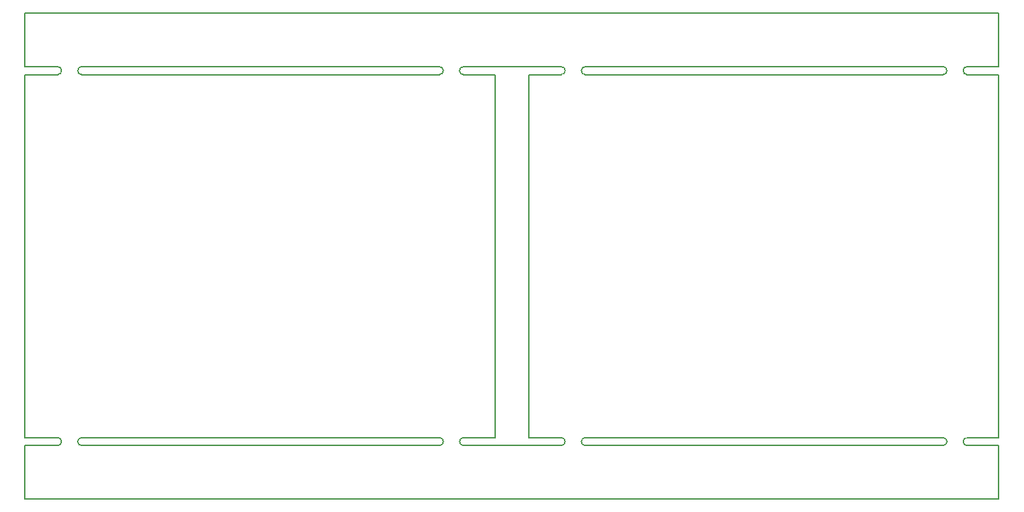
<source format=gm1>
G04 #@! TF.GenerationSoftware,KiCad,Pcbnew,7.0.2-0*
G04 #@! TF.CreationDate,2023-05-23T19:49:29+02:00*
G04 #@! TF.ProjectId,dogs102,646f6773-3130-4322-9e6b-696361645f70,rev?*
G04 #@! TF.SameCoordinates,Original*
G04 #@! TF.FileFunction,Profile,NP*
%FSLAX46Y46*%
G04 Gerber Fmt 4.6, Leading zero omitted, Abs format (unit mm)*
G04 Created by KiCad (PCBNEW 7.0.2-0) date 2023-05-23 19:49:29*
%MOMM*%
%LPD*%
G01*
G04 APERTURE LIST*
G04 #@! TA.AperFunction,Profile*
%ADD10C,0.150000*%
G04 #@! TD*
G04 APERTURE END LIST*
D10*
X176010000Y-134600000D02*
X180110000Y-134600000D01*
X238010000Y-81300000D02*
X238010000Y-74700000D01*
X172110000Y-127000000D02*
G75*
G03*
X172110000Y-128000000I0J-500000D01*
G01*
X180110000Y-74700000D02*
X238010000Y-74700000D01*
X184110000Y-128000000D02*
G75*
G03*
X184110000Y-127000000I0J500000D01*
G01*
X238010000Y-82300000D02*
X234110000Y-82300000D01*
X180110000Y-81300000D02*
X184110000Y-81300000D01*
X118110000Y-127000000D02*
X118110000Y-82300000D01*
X169110000Y-127000000D02*
X125110000Y-127000000D01*
X238010000Y-134600000D02*
X180110000Y-134600000D01*
X176010000Y-82300000D02*
X172110000Y-82300000D01*
X184110000Y-128000000D02*
X180110000Y-128000000D01*
X184110000Y-82300000D02*
G75*
G03*
X184110000Y-81300000I0J500000D01*
G01*
X180110000Y-81300000D02*
X176010000Y-81300000D01*
X172110000Y-127000000D02*
X176010000Y-127000000D01*
X176010000Y-134600000D02*
X118110000Y-134600000D01*
X172110000Y-81300000D02*
X176010000Y-81300000D01*
X176010000Y-74700000D02*
X180110000Y-74700000D01*
X169110000Y-82300000D02*
G75*
G03*
X169110000Y-81300000I0J500000D01*
G01*
X238010000Y-128000000D02*
X238010000Y-134600000D01*
X122110000Y-82300000D02*
X118110000Y-82300000D01*
X187110000Y-127000000D02*
G75*
G03*
X187110000Y-128000000I0J-500000D01*
G01*
X184110000Y-82300000D02*
X180110000Y-82300000D01*
X125110000Y-127000000D02*
G75*
G03*
X125110000Y-128000000I0J-500000D01*
G01*
X180110000Y-127000000D02*
X180110000Y-82300000D01*
X118110000Y-81300000D02*
X118110000Y-74700000D01*
X180110000Y-127000000D02*
X184110000Y-127000000D01*
X172110000Y-81300000D02*
G75*
G03*
X172110000Y-82300000I0J-500000D01*
G01*
X169110000Y-81300000D02*
X125110000Y-81300000D01*
X118110000Y-74700000D02*
X176010000Y-74700000D01*
X122110000Y-82300000D02*
G75*
G03*
X122110000Y-81300000I0J500000D01*
G01*
X172110000Y-128000000D02*
X176010000Y-128000000D01*
X234110000Y-81300000D02*
G75*
G03*
X234110000Y-82300000I0J-500000D01*
G01*
X234110000Y-81300000D02*
X238010000Y-81300000D01*
X231110000Y-82300000D02*
G75*
G03*
X231110000Y-81300000I0J500000D01*
G01*
X231110000Y-81300000D02*
X187110000Y-81300000D01*
X231110000Y-127000000D02*
X187110000Y-127000000D01*
X187110000Y-81300000D02*
G75*
G03*
X187110000Y-82300000I0J-500000D01*
G01*
X234110000Y-128000000D02*
X238010000Y-128000000D01*
X118110000Y-127000000D02*
X122110000Y-127000000D01*
X118110000Y-134600000D02*
X118110000Y-128000000D01*
X231110000Y-128000000D02*
G75*
G03*
X231110000Y-127000000I0J500000D01*
G01*
X125110000Y-81300000D02*
G75*
G03*
X125110000Y-82300000I0J-500000D01*
G01*
X187110000Y-82300000D02*
X231110000Y-82300000D01*
X122110000Y-128000000D02*
G75*
G03*
X122110000Y-127000000I0J500000D01*
G01*
X176010000Y-128000000D02*
X180110000Y-128000000D01*
X125110000Y-82300000D02*
X169110000Y-82300000D01*
X187110000Y-128000000D02*
X231110000Y-128000000D01*
X238010000Y-127000000D02*
X238010000Y-82300000D01*
X122110000Y-128000000D02*
X118110000Y-128000000D01*
X176010000Y-127000000D02*
X176010000Y-82300000D01*
X234110000Y-127000000D02*
G75*
G03*
X234110000Y-128000000I0J-500000D01*
G01*
X234110000Y-127000000D02*
X238010000Y-127000000D01*
X125110000Y-128000000D02*
X169110000Y-128000000D01*
X118110000Y-81300000D02*
X122110000Y-81300000D01*
X169110000Y-128000000D02*
G75*
G03*
X169110000Y-127000000I0J500000D01*
G01*
M02*

</source>
